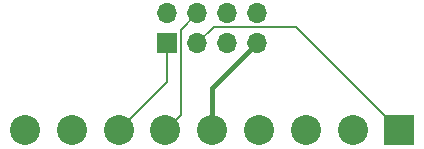
<source format=gbr>
%TF.GenerationSoftware,KiCad,Pcbnew,8.0.7*%
%TF.CreationDate,2024-12-28T15:26:56+01:00*%
%TF.ProjectId,MiSTery_DS2_Breakout,4d695354-6572-4795-9f44-53325f427265,rev?*%
%TF.SameCoordinates,Original*%
%TF.FileFunction,Copper,L1,Top*%
%TF.FilePolarity,Positive*%
%FSLAX46Y46*%
G04 Gerber Fmt 4.6, Leading zero omitted, Abs format (unit mm)*
G04 Created by KiCad (PCBNEW 8.0.7) date 2024-12-28 15:26:56*
%MOMM*%
%LPD*%
G01*
G04 APERTURE LIST*
%TA.AperFunction,ComponentPad*%
%ADD10R,1.700000X1.700000*%
%TD*%
%TA.AperFunction,ComponentPad*%
%ADD11O,1.700000X1.700000*%
%TD*%
%TA.AperFunction,ComponentPad*%
%ADD12R,2.540000X2.540000*%
%TD*%
%TA.AperFunction,ComponentPad*%
%ADD13C,2.540000*%
%TD*%
%TA.AperFunction,Conductor*%
%ADD14C,0.200000*%
%TD*%
%TA.AperFunction,Conductor*%
%ADD15C,0.400000*%
%TD*%
G04 APERTURE END LIST*
D10*
%TO.P,J2,1,Pin_1*%
%TO.N,CLK*%
X171450000Y-100838000D03*
D11*
%TO.P,J2,2,Pin_2*%
%TO.N,CMD*%
X171450000Y-98298000D03*
%TO.P,J2,3,Pin_3*%
%TO.N,DAT*%
X173990000Y-100838000D03*
%TO.P,J2,4,Pin_4*%
%TO.N,ATN*%
X173990000Y-98298000D03*
%TO.P,J2,5,Pin_5*%
%TO.N,unconnected-(J2-Pin_5-Pad5)*%
X176530000Y-100838000D03*
%TO.P,J2,6,Pin_6*%
%TO.N,GND*%
X176530000Y-98298000D03*
%TO.P,J2,7,Pin_7*%
%TO.N,+3.3V*%
X179070000Y-100838000D03*
%TO.P,J2,8,Pin_8*%
%TO.N,unconnected-(J2-Pin_8-Pad8)*%
X179070000Y-98298000D03*
%TD*%
D12*
%TO.P,J1,1,Pin_1*%
%TO.N,DAT*%
X191100000Y-108204000D03*
D13*
%TO.P,J1,2,Pin_2*%
%TO.N,CMD*%
X187140000Y-108204000D03*
%TO.P,J1,3,Pin_3*%
%TO.N,+7.5V*%
X183180000Y-108204000D03*
%TO.P,J1,4,Pin_4*%
%TO.N,GND*%
X179220000Y-108204000D03*
%TO.P,J1,5,Pin_5*%
%TO.N,+3.3V*%
X175260000Y-108204000D03*
%TO.P,J1,6,Pin_6*%
%TO.N,ATN*%
X171300000Y-108204000D03*
%TO.P,J1,7,Pin_7*%
%TO.N,CLK*%
X167340000Y-108204000D03*
%TO.P,J1,8,Pin_8*%
%TO.N,IRQ*%
X163380000Y-108204000D03*
%TO.P,J1,9,Pin_9*%
%TO.N,ACK*%
X159420000Y-108204000D03*
%TD*%
D14*
%TO.N,DAT*%
X173990000Y-100838000D02*
X175380000Y-99448000D01*
X175380000Y-99448000D02*
X182344000Y-99448000D01*
X182344000Y-99448000D02*
X191100000Y-108204000D01*
%TO.N,CLK*%
X171450000Y-100838000D02*
X171450000Y-104094000D01*
X171450000Y-104094000D02*
X167340000Y-108204000D01*
%TO.N,ACK*%
X159420000Y-107280000D02*
X159420000Y-108204000D01*
%TO.N,ATN*%
X172600000Y-106904000D02*
X171300000Y-108204000D01*
X173990000Y-98298000D02*
X172600000Y-99688000D01*
X172600000Y-99688000D02*
X172600000Y-106904000D01*
D15*
%TO.N,+3.3V*%
X175260000Y-104648000D02*
X175260000Y-108204000D01*
X179070000Y-100838000D02*
X175260000Y-104648000D01*
%TD*%
M02*

</source>
